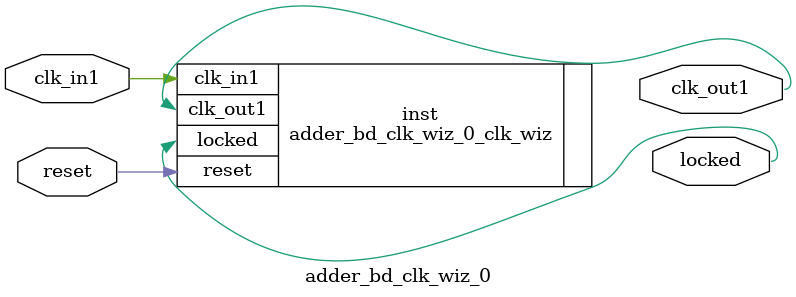
<source format=v>


`timescale 1ps/1ps

(* CORE_GENERATION_INFO = "adder_bd_clk_wiz_0,clk_wiz_v6_0_13_0_0,{component_name=adder_bd_clk_wiz_0,use_phase_alignment=true,use_min_o_jitter=false,use_max_i_jitter=false,use_dyn_phase_shift=false,use_inclk_switchover=false,use_dyn_reconfig=false,enable_axi=0,feedback_source=FDBK_AUTO,PRIMITIVE=MMCM,num_out_clk=1,clkin1_period=8.000,clkin2_period=10.000,use_power_down=false,use_reset=true,use_locked=true,use_inclk_stopped=false,feedback_type=SINGLE,CLOCK_MGR_TYPE=NA,manual_override=false}" *)

module adder_bd_clk_wiz_0 
 (
  // Clock out ports
  output        clk_out1,
  // Status and control signals
  input         reset,
  output        locked,
 // Clock in ports
  input         clk_in1
 );

  adder_bd_clk_wiz_0_clk_wiz inst
  (
  // Clock out ports  
  .clk_out1(clk_out1),
  // Status and control signals               
  .reset(reset), 
  .locked(locked),
 // Clock in ports
  .clk_in1(clk_in1)
  );

endmodule

</source>
